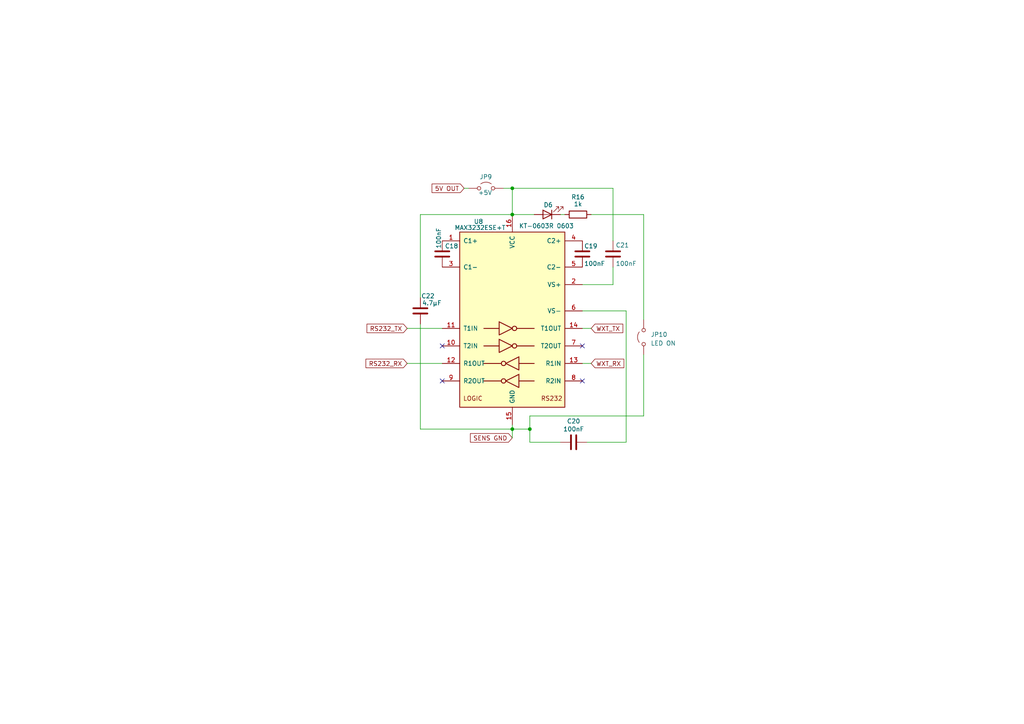
<source format=kicad_sch>
(kicad_sch (version 20250114) (generator "eeschema") (generator_version "9.0")
  (paper "A4")
  (title_block (title "Daniel Kluka Weather Station - DKWS") (date "2025-05-27") (rev "4") (company "Brno University of Technology") (comment 1 "Faculty of Eelectrical Engineering") (comment 2 "Department of Telecommunications") (comment 3 "Meteo Telcorain") (comment 4 "Bc. Daniel Kluka"))
  (lib_symbols
    (symbol "Device:C" (pin_numbers (hide yes)) (pin_names (offset 0.254))
      (property "Reference" "C" (at 0.635 2.54 0))
      (property "Value" "C" (at 0.635 -2.54 0))
      (symbol "C_0_1"
        (polyline (pts (xy -2.032 0.762) (xy 2.032 0.762)) (stroke (width 0.508)))
        (polyline (pts (xy -2.032 -0.762) (xy 2.032 -0.762)) (stroke (width 0.508)))
      )
      (symbol "C_1_1"
        (pin passive line (at 0 3.81 270) (length 2.794) (name "~") (number "1"))
        (pin passive line (at 0 -3.81 90) (length 2.794) (name "~") (number "2"))
      )
    )
    (symbol "Device:LED" (pin_numbers (hide yes)) (pin_names (offset 1.016) (hide yes))
      (property "Reference" "D" (at 0 2.54 0))
      (property "Value" "LED" (at 0 -2.54 0))
      (symbol "LED_0_1"
        (polyline (pts (xy -3.048 -0.762) (xy -4.572 -2.286) (xy -3.81 -2.286) (xy -4.572 -2.286) (xy -4.572 -1.524)))
        (polyline (pts (xy -1.778 -0.762) (xy -3.302 -2.286) (xy -2.54 -2.286) (xy -3.302 -2.286) (xy -3.302 -1.524)))
        (polyline (pts (xy -1.27 0) (xy 1.27 0)))
        (polyline (pts (xy -1.27 -1.27) (xy -1.27 1.27)) (stroke (width 0.254)))
        (polyline (pts (xy 1.27 -1.27) (xy 1.27 1.27) (xy -1.27 0) (xy 1.27 -1.27)) (stroke (width 0.254)))
      )
      (symbol "LED_1_1"
        (pin passive line (at -3.81 0 0) (length 2.54) (name "K") (number "1"))
        (pin passive line (at 3.81 0 180) (length 2.54) (name "A") (number "2"))
      )
    )
    (symbol "Device:R" (pin_numbers (hide yes)) (pin_names (offset 0))
      (property "Reference" "R" (at 2.032 0 90))
      (property "Value" "R" (at 0 0 90))
      (symbol "R_0_1"
        (rectangle (start -1.016 -2.54) (end 1.016 2.54) (stroke (width 0.254)))
      )
      (symbol "R_1_1"
        (pin passive line (at 0 3.81 270) (length 1.27) (name "~") (number "1"))
        (pin passive line (at 0 -3.81 90) (length 1.27) (name "~") (number "2"))
      )
    )
    (symbol "Interface_UART:MAX3232" (pin_names (offset 1.016))
      (property "Reference" "U" (at -2.54 28.575 0))
      (property "Value" "MAX3232" (at -2.54 26.67 0))
      (symbol "MAX3232_0_0"
        (text "LOGIC" (at -11.43 -22.86 0) (effects (font (size 1.27 1.27))))
        (text "RS232" (at 11.43 -22.86 0) (effects (font (size 1.27 1.27))))
      )
      (symbol "MAX3232_0_1"
        (rectangle (start -15.24 -25.4) (end 15.24 25.4) (stroke (width 0.254)) (fill (type background)))
        (polyline (pts (xy -3.81 -0.635) (xy -3.81 -4.445) (xy 0 -2.54) (xy -3.81 -0.635)) (stroke (width 0.254)))
        (polyline (pts (xy -3.81 -2.54) (xy -8.255 -2.54)) (stroke (width 0.254)))
        (polyline (pts (xy -3.81 -5.715) (xy -3.81 -9.525) (xy 0 -7.62) (xy -3.81 -5.715)) (stroke (width 0.254)))
        (polyline (pts (xy -3.81 -7.62) (xy -8.255 -7.62)) (stroke (width 0.254)))
        (polyline (pts (xy -3.175 -12.7) (xy -8.255 -12.7)) (stroke (width 0.254)))
        (polyline (pts (xy -3.175 -17.78) (xy -8.255 -17.78)) (stroke (width 0.254)))
        (circle (center -2.54 -12.7) (radius 0.635) (stroke (width 0.254)))
        (circle (center -2.54 -17.78) (radius 0.635) (stroke (width 0.254)))
        (circle (center 0.635 -2.54) (radius 0.635) (stroke (width 0.254)))
        (circle (center 0.635 -7.62) (radius 0.635) (stroke (width 0.254)))
        (polyline (pts (xy 1.27 -2.54) (xy 6.35 -2.54)) (stroke (width 0.254)))
        (polyline (pts (xy 1.27 -7.62) (xy 6.35 -7.62)) (stroke (width 0.254)))
        (polyline (pts (xy 1.905 -10.795) (xy 1.905 -14.605) (xy -1.905 -12.7) (xy 1.905 -10.795)) (stroke (width 0.254)))
        (polyline (pts (xy 1.905 -12.7) (xy 6.35 -12.7)) (stroke (width 0.254)))
        (polyline (pts (xy 1.905 -15.875) (xy 1.905 -19.685) (xy -1.905 -17.78) (xy 1.905 -15.875)) (stroke (width 0.254)))
        (polyline (pts (xy 1.905 -17.78) (xy 6.35 -17.78)) (stroke (width 0.254)))
      )
      (symbol "MAX3232_1_1"
        (pin passive line (at -20.32 22.86 0) (length 5.08) (name "C1+") (number "1"))
        (pin passive line (at -20.32 15.24 0) (length 5.08) (name "C1-") (number "3"))
        (pin input line (at -20.32 -2.54 0) (length 5.08) (name "T1IN") (number "11"))
        (pin input line (at -20.32 -7.62 0) (length 5.08) (name "T2IN") (number "10"))
        (pin output line (at -20.32 -12.7 0) (length 5.08) (name "R1OUT") (number "12"))
        (pin output line (at -20.32 -17.78 0) (length 5.08) (name "R2OUT") (number "9"))
        (pin power_in line (at 0 30.48 270) (length 5.08) (name "VCC") (number "16"))
        (pin power_in line (at 0 -30.48 90) (length 5.08) (name "GND") (number "15"))
        (pin passive line (at 20.32 22.86 180) (length 5.08) (name "C2+") (number "4"))
        (pin passive line (at 20.32 15.24 180) (length 5.08) (name "C2-") (number "5"))
        (pin power_out line (at 20.32 10.16 180) (length 5.08) (name "VS+") (number "2"))
        (pin power_out line (at 20.32 2.54 180) (length 5.08) (name "VS-") (number "6"))
        (pin output line (at 20.32 -2.54 180) (length 5.08) (name "T1OUT") (number "14"))
        (pin output line (at 20.32 -7.62 180) (length 5.08) (name "T2OUT") (number "7"))
        (pin input line (at 20.32 -12.7 180) (length 5.08) (name "R1IN") (number "13"))
        (pin input line (at 20.32 -17.78 180) (length 5.08) (name "R2IN") (number "8"))
      )
    )
    (symbol "Jumper:Jumper_2_Open" (pin_numbers (hide yes)) (pin_names (offset 0) (hide yes)) (exclude_from_sim yes)
      (property "Reference" "JP" (at 0 2.794 0))
      (property "Value" "Jumper_2_Open" (at 0 -2.286 0))
      (symbol "Jumper_2_Open_0_0"
        (circle (center -2.032 0) (radius 0.508))
        (circle (center 2.032 0) (radius 0.508))
      )
      (symbol "Jumper_2_Open_0_1"
        (arc (start -1.524 1.27) (mid 0 1.778) (end 1.524 1.27))
      )
      (symbol "Jumper_2_Open_1_1"
        (pin passive line (at -5.08 0 0) (length 2.54) (name "A") (number "1"))
        (pin passive line (at 5.08 0 180) (length 2.54) (name "B") (number "2"))
      )
    )
  )
  (junction (at 153.67 124.46))
  (junction (at 148.59 62.23))
  (junction (at 148.59 54.61))
  (junction (at 148.59 124.46))
  (no_connect (at 168.91 110.49))
  (no_connect (at 168.91 100.33))
  (no_connect (at 128.27 110.49))
  (no_connect (at 128.27 100.33))
  (wire (pts (xy 153.67 120.65) (xy 153.67 124.46)))
  (wire (pts (xy 118.11 105.41) (xy 128.27 105.41)))
  (wire (pts (xy 168.91 90.17) (xy 181.61 90.17)))
  (wire (pts (xy 121.92 124.46) (xy 148.59 124.46)))
  (wire (pts (xy 170.18 128.27) (xy 181.61 128.27)))
  (wire (pts (xy 177.8 54.61) (xy 177.8 69.85)))
  (wire (pts (xy 186.69 62.23) (xy 186.69 92.71)))
  (wire (pts (xy 148.59 127) (xy 148.59 124.46)))
  (wire (pts (xy 121.92 62.23) (xy 121.92 86.36)))
  (wire (pts (xy 148.59 62.23) (xy 121.92 62.23)))
  (wire (pts (xy 177.8 54.61) (xy 148.59 54.61)))
  (wire (pts (xy 121.92 93.98) (xy 121.92 124.46)))
  (wire (pts (xy 148.59 62.23) (xy 154.94 62.23)))
  (wire (pts (xy 186.69 62.23) (xy 171.45 62.23)))
  (wire (pts (xy 148.59 123.19) (xy 148.59 124.46)))
  (wire (pts (xy 162.56 62.23) (xy 163.83 62.23)))
  (wire (pts (xy 146.05 54.61) (xy 148.59 54.61)))
  (wire (pts (xy 171.45 95.25) (xy 168.91 95.25)))
  (wire (pts (xy 162.56 128.27) (xy 153.67 128.27)))
  (wire (pts (xy 181.61 90.17) (xy 181.61 128.27)))
  (wire (pts (xy 186.69 102.87) (xy 186.69 120.65)))
  (wire (pts (xy 148.59 54.61) (xy 148.59 62.23)))
  (wire (pts (xy 153.67 128.27) (xy 153.67 124.46)))
  (wire (pts (xy 168.91 105.41) (xy 171.45 105.41)))
  (wire (pts (xy 134.62 54.61) (xy 135.89 54.61)))
  (wire (pts (xy 186.69 120.65) (xy 153.67 120.65)))
  (wire (pts (xy 118.11 95.25) (xy 128.27 95.25)))
  (wire (pts (xy 177.8 82.55) (xy 168.91 82.55)))
  (wire (pts (xy 148.59 124.46) (xy 153.67 124.46)))
  (wire (pts (xy 177.8 77.47) (xy 177.8 82.55)))
  (global_label "SENS GND" (shape input) (at 148.59 127 180) (property "Intersheetrefs" "${INTERSHEET_REFS}" (effects (hide yes))))
  (global_label "RS232_TX" (shape input) (at 118.11 95.25 180) (property "Intersheetrefs" "${INTERSHEET_REFS}" (effects (hide yes))))
  (global_label "WXT_RX" (shape input) (at 171.45 105.41 0) (property "Intersheetrefs" "${INTERSHEET_REFS}" (effects (hide yes))))
  (global_label "5V OUT" (shape input) (at 134.62 54.61 180) (property "Intersheetrefs" "${INTERSHEET_REFS}" (effects (hide yes))))
  (global_label "WXT_TX" (shape input) (at 171.45 95.25 0) (property "Intersheetrefs" "${INTERSHEET_REFS}" (effects (hide yes))))
  (global_label "RS232_RX" (shape input) (at 118.11 105.41 180) (property "Intersheetrefs" "${INTERSHEET_REFS}" (effects (hide yes))))
  (symbol (lib_id "Jumper:Jumper_2_Open") (at 186.69 97.79 90) (unit 1) (exclude_from_sim yes)
    (property "Reference" "JP10" (at 188.722 97.028 90) (effects (justify right)))
    (property "Value" "LED ON" (at 188.722 99.568 90) (effects (justify right)))
    (property "Footprint" "Connector_PinHeader_2.00mm:PinHeader_1x02_P2.00mm_Vertical" (effects (hide yes)))
    (property "Description" "Jumper, 2-pole, open" (effects (hide yes)))
    (property "LCSC" "C706997" (effects (hide yes)))
  )
  (symbol (lib_id "Device:R") (at 167.64 62.23 270) (unit 1)
    (property "Reference" "R16" (at 167.64 57.15 90))
    (property "Value" "1k" (at 167.64 59.182 90))
    (property "Footprint" "Resistor_SMD:R_0603_1608Metric" (effects (hide yes)))
    (property "Description" "Resistor" (effects (hide yes)))
    (property "LCSC" "C21190" (effects (hide yes)))
  )
  (symbol (lib_id "Device:C") (at 177.8 73.66 180) (unit 1)
    (property "Reference" "C21" (at 178.562 71.12 0) (effects (justify right)))
    (property "Value" "100nF" (at 178.562 76.454 0) (effects (justify right)))
    (property "Footprint" "Capacitor_SMD:C_0603_1608Metric" (effects (hide yes)))
    (property "Description" "Unpolarized capacitor" (effects (hide yes)))
    (property "LCSC" "C14663" (effects (hide yes)))
  )
  (symbol (lib_id "Device:C") (at 121.92 90.17 180) (unit 1)
    (property "Reference" "C22" (at 122.174 85.852 0) (effects (justify right)))
    (property "Value" "4.7μF" (at 122.428 87.884 0) (effects (justify right)))
    (property "Footprint" "Capacitor_SMD:C_0603_1608Metric" (effects (hide yes)))
    (property "Description" "Unpolarized capacitor" (effects (hide yes)))
    (property "LCSC" "C19666" (effects (hide yes)))
  )
  (symbol (lib_id "Device:C") (at 128.27 73.66 0) (unit 1)
    (property "Reference" "C18" (at 129.032 71.374 0) (effects (justify left)))
    (property "Value" "100nF" (at 127.254 72.136 90) (effects (justify left)))
    (property "Footprint" "Capacitor_SMD:C_0603_1608Metric" (effects (hide yes)))
    (property "Description" "Unpolarized capacitor" (effects (hide yes)))
    (property "LCSC" "C14663" (effects (hide yes)))
  )
  (symbol (lib_id "Device:C") (at 166.37 128.27 270) (unit 1)
    (property "Reference" "C20" (at 166.37 122.174 90))
    (property "Value" "100nF" (at 166.37 124.46 90))
    (property "Footprint" "Capacitor_SMD:C_0603_1608Metric" (effects (hide yes)))
    (property "Description" "Unpolarized capacitor" (effects (hide yes)))
    (property "LCSC" "C14663" (effects (hide yes)))
  )
  (symbol (lib_id "Device:C") (at 168.91 73.66 0) (unit 1)
    (property "Reference" "C19" (at 169.418 71.374 0) (effects (justify left)))
    (property "Value" "100nF" (at 169.418 76.454 0) (effects (justify left)))
    (property "Footprint" "Capacitor_SMD:C_0603_1608Metric" (effects (hide yes)))
    (property "Description" "Unpolarized capacitor" (effects (hide yes)))
    (property "LCSC" "C14663" (effects (hide yes)))
  )
  (symbol (lib_id "Interface_UART:MAX3232") (at 148.59 92.71 0) (unit 1)
    (property "Reference" "U8" (at 137.414 64.262 0) (effects (justify left)))
    (property "Value" "MAX3232ESE+T" (at 131.826 66.04 0) (effects (justify left)))
    (property "Footprint" "Package_SO:SOIC-16_3.9x9.9mm_P1.27mm" (effects (hide yes)))
    (property "Datasheet" "https://datasheets.maximintegrated.com/en/ds/MAX3222-MAX3241.pdf" (effects (hide yes)))
    (property "Description" "3.0V to 5.5V, Low-Power, up to 1Mbps, True RS-232 Transceivers Using Four 0.1μF External Capacitors" (effects (hide yes)))
    (property "LCSC" "C15846" (effects (hide yes)))
  )
  (symbol (lib_id "Device:LED") (at 158.75 62.23 180) (unit 1)
    (property "Reference" "D6" (at 159.004 59.436 0))
    (property "Value" "KT-0603R 0603" (at 158.496 65.532 0))
    (property "Footprint" "LED_SMD:LED_0603_1608Metric" (effects (hide yes)))
    (property "Description" "Light emitting diode" (effects (hide yes)))
    (property "Sim.Pins" "1=K 2=A" (effects (hide yes)))
    (property "LCSC" "C2286" (effects (hide yes)))
  )
  (symbol (lib_id "Jumper:Jumper_2_Open") (at 140.97 54.61 0) (unit 1) (exclude_from_sim yes)
    (property "Reference" "JP9" (at 142.748 51.308 0) (effects (justify right)))
    (property "Value" "+5V" (at 142.748 55.88 0) (effects (justify right)))
    (property "Footprint" "Connector_PinHeader_2.54mm:PinHeader_1x02_P2.54mm_Vertical" (effects (hide yes)))
    (property "Description" "Jumper, 2-pole, open" (effects (hide yes)))
    (property "LCSC" "C225477" (effects (hide yes)))
  )
)
</source>
